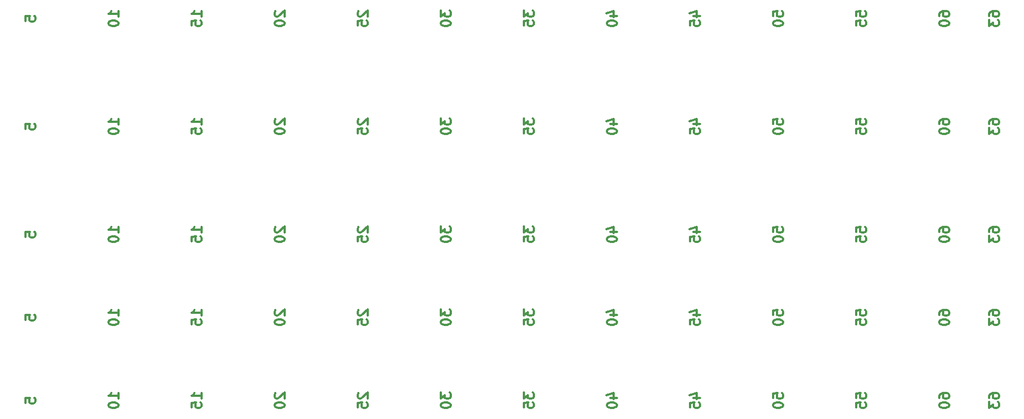
<source format=gbr>
G04 #@! TF.GenerationSoftware,KiCad,Pcbnew,(5.1.6)-1*
G04 #@! TF.CreationDate,2020-06-24T10:48:21+02:00*
G04 #@! TF.ProjectId,Perfboard,50657266-626f-4617-9264-2e6b69636164,rev?*
G04 #@! TF.SameCoordinates,Original*
G04 #@! TF.FileFunction,Legend,Bot*
G04 #@! TF.FilePolarity,Positive*
%FSLAX46Y46*%
G04 Gerber Fmt 4.6, Leading zero omitted, Abs format (unit mm)*
G04 Created by KiCad (PCBNEW (5.1.6)-1) date 2020-06-24 10:48:21*
%MOMM*%
%LPD*%
G01*
G04 APERTURE LIST*
%ADD10C,0.300000*%
G04 APERTURE END LIST*
D10*
X121598571Y-65611428D02*
X122598571Y-65611428D01*
X121027142Y-65254285D02*
X122098571Y-64897142D01*
X122098571Y-65825714D01*
X121098571Y-66682857D02*
X121098571Y-66825714D01*
X121170000Y-66968571D01*
X121241428Y-67040000D01*
X121384285Y-67111428D01*
X121670000Y-67182857D01*
X122027142Y-67182857D01*
X122312857Y-67111428D01*
X122455714Y-67040000D01*
X122527142Y-66968571D01*
X122598571Y-66825714D01*
X122598571Y-66682857D01*
X122527142Y-66540000D01*
X122455714Y-66468571D01*
X122312857Y-66397142D01*
X122027142Y-66325714D01*
X121670000Y-66325714D01*
X121384285Y-66397142D01*
X121241428Y-66468571D01*
X121170000Y-66540000D01*
X121098571Y-66682857D01*
X95698571Y-64825714D02*
X95698571Y-65754285D01*
X96270000Y-65254285D01*
X96270000Y-65468571D01*
X96341428Y-65611428D01*
X96412857Y-65682857D01*
X96555714Y-65754285D01*
X96912857Y-65754285D01*
X97055714Y-65682857D01*
X97127142Y-65611428D01*
X97198571Y-65468571D01*
X97198571Y-65040000D01*
X97127142Y-64897142D01*
X97055714Y-64825714D01*
X95698571Y-66682857D02*
X95698571Y-66825714D01*
X95770000Y-66968571D01*
X95841428Y-67040000D01*
X95984285Y-67111428D01*
X96270000Y-67182857D01*
X96627142Y-67182857D01*
X96912857Y-67111428D01*
X97055714Y-67040000D01*
X97127142Y-66968571D01*
X97198571Y-66825714D01*
X97198571Y-66682857D01*
X97127142Y-66540000D01*
X97055714Y-66468571D01*
X96912857Y-66397142D01*
X96627142Y-66325714D01*
X96270000Y-66325714D01*
X95984285Y-66397142D01*
X95841428Y-66468571D01*
X95770000Y-66540000D01*
X95698571Y-66682857D01*
X83141428Y-64897142D02*
X83070000Y-64968571D01*
X82998571Y-65111428D01*
X82998571Y-65468571D01*
X83070000Y-65611428D01*
X83141428Y-65682857D01*
X83284285Y-65754285D01*
X83427142Y-65754285D01*
X83641428Y-65682857D01*
X84498571Y-64825714D01*
X84498571Y-65754285D01*
X82998571Y-67111428D02*
X82998571Y-66397142D01*
X83712857Y-66325714D01*
X83641428Y-66397142D01*
X83570000Y-66540000D01*
X83570000Y-66897142D01*
X83641428Y-67040000D01*
X83712857Y-67111428D01*
X83855714Y-67182857D01*
X84212857Y-67182857D01*
X84355714Y-67111428D01*
X84427142Y-67040000D01*
X84498571Y-66897142D01*
X84498571Y-66540000D01*
X84427142Y-66397142D01*
X84355714Y-66325714D01*
X171898571Y-65611428D02*
X171898571Y-65325714D01*
X171970000Y-65182857D01*
X172041428Y-65111428D01*
X172255714Y-64968571D01*
X172541428Y-64897142D01*
X173112857Y-64897142D01*
X173255714Y-64968571D01*
X173327142Y-65040000D01*
X173398571Y-65182857D01*
X173398571Y-65468571D01*
X173327142Y-65611428D01*
X173255714Y-65682857D01*
X173112857Y-65754285D01*
X172755714Y-65754285D01*
X172612857Y-65682857D01*
X172541428Y-65611428D01*
X172470000Y-65468571D01*
X172470000Y-65182857D01*
X172541428Y-65040000D01*
X172612857Y-64968571D01*
X172755714Y-64897142D01*
X171898571Y-66682857D02*
X171898571Y-66825714D01*
X171970000Y-66968571D01*
X172041428Y-67040000D01*
X172184285Y-67111428D01*
X172470000Y-67182857D01*
X172827142Y-67182857D01*
X173112857Y-67111428D01*
X173255714Y-67040000D01*
X173327142Y-66968571D01*
X173398571Y-66825714D01*
X173398571Y-66682857D01*
X173327142Y-66540000D01*
X173255714Y-66468571D01*
X173112857Y-66397142D01*
X172827142Y-66325714D01*
X172470000Y-66325714D01*
X172184285Y-66397142D01*
X172041428Y-66468571D01*
X171970000Y-66540000D01*
X171898571Y-66682857D01*
X32198571Y-66397142D02*
X32198571Y-65682857D01*
X32912857Y-65611428D01*
X32841428Y-65682857D01*
X32770000Y-65825714D01*
X32770000Y-66182857D01*
X32841428Y-66325714D01*
X32912857Y-66397142D01*
X33055714Y-66468571D01*
X33412857Y-66468571D01*
X33555714Y-66397142D01*
X33627142Y-66325714D01*
X33698571Y-66182857D01*
X33698571Y-65825714D01*
X33627142Y-65682857D01*
X33555714Y-65611428D01*
X70441428Y-64897142D02*
X70370000Y-64968571D01*
X70298571Y-65111428D01*
X70298571Y-65468571D01*
X70370000Y-65611428D01*
X70441428Y-65682857D01*
X70584285Y-65754285D01*
X70727142Y-65754285D01*
X70941428Y-65682857D01*
X71798571Y-64825714D01*
X71798571Y-65754285D01*
X70298571Y-66682857D02*
X70298571Y-66825714D01*
X70370000Y-66968571D01*
X70441428Y-67040000D01*
X70584285Y-67111428D01*
X70870000Y-67182857D01*
X71227142Y-67182857D01*
X71512857Y-67111428D01*
X71655714Y-67040000D01*
X71727142Y-66968571D01*
X71798571Y-66825714D01*
X71798571Y-66682857D01*
X71727142Y-66540000D01*
X71655714Y-66468571D01*
X71512857Y-66397142D01*
X71227142Y-66325714D01*
X70870000Y-66325714D01*
X70584285Y-66397142D01*
X70441428Y-66468571D01*
X70370000Y-66540000D01*
X70298571Y-66682857D01*
X134298571Y-65611428D02*
X135298571Y-65611428D01*
X133727142Y-65254285D02*
X134798571Y-64897142D01*
X134798571Y-65825714D01*
X133798571Y-67111428D02*
X133798571Y-66397142D01*
X134512857Y-66325714D01*
X134441428Y-66397142D01*
X134370000Y-66540000D01*
X134370000Y-66897142D01*
X134441428Y-67040000D01*
X134512857Y-67111428D01*
X134655714Y-67182857D01*
X135012857Y-67182857D01*
X135155714Y-67111428D01*
X135227142Y-67040000D01*
X135298571Y-66897142D01*
X135298571Y-66540000D01*
X135227142Y-66397142D01*
X135155714Y-66325714D01*
X59098571Y-65754285D02*
X59098571Y-64897142D01*
X59098571Y-65325714D02*
X57598571Y-65325714D01*
X57812857Y-65182857D01*
X57955714Y-65040000D01*
X58027142Y-64897142D01*
X57598571Y-67111428D02*
X57598571Y-66397142D01*
X58312857Y-66325714D01*
X58241428Y-66397142D01*
X58170000Y-66540000D01*
X58170000Y-66897142D01*
X58241428Y-67040000D01*
X58312857Y-67111428D01*
X58455714Y-67182857D01*
X58812857Y-67182857D01*
X58955714Y-67111428D01*
X59027142Y-67040000D01*
X59098571Y-66897142D01*
X59098571Y-66540000D01*
X59027142Y-66397142D01*
X58955714Y-66325714D01*
X46398571Y-65754285D02*
X46398571Y-64897142D01*
X46398571Y-65325714D02*
X44898571Y-65325714D01*
X45112857Y-65182857D01*
X45255714Y-65040000D01*
X45327142Y-64897142D01*
X44898571Y-66682857D02*
X44898571Y-66825714D01*
X44970000Y-66968571D01*
X45041428Y-67040000D01*
X45184285Y-67111428D01*
X45470000Y-67182857D01*
X45827142Y-67182857D01*
X46112857Y-67111428D01*
X46255714Y-67040000D01*
X46327142Y-66968571D01*
X46398571Y-66825714D01*
X46398571Y-66682857D01*
X46327142Y-66540000D01*
X46255714Y-66468571D01*
X46112857Y-66397142D01*
X45827142Y-66325714D01*
X45470000Y-66325714D01*
X45184285Y-66397142D01*
X45041428Y-66468571D01*
X44970000Y-66540000D01*
X44898571Y-66682857D01*
X179518571Y-65611428D02*
X179518571Y-65325714D01*
X179590000Y-65182857D01*
X179661428Y-65111428D01*
X179875714Y-64968571D01*
X180161428Y-64897142D01*
X180732857Y-64897142D01*
X180875714Y-64968571D01*
X180947142Y-65040000D01*
X181018571Y-65182857D01*
X181018571Y-65468571D01*
X180947142Y-65611428D01*
X180875714Y-65682857D01*
X180732857Y-65754285D01*
X180375714Y-65754285D01*
X180232857Y-65682857D01*
X180161428Y-65611428D01*
X180090000Y-65468571D01*
X180090000Y-65182857D01*
X180161428Y-65040000D01*
X180232857Y-64968571D01*
X180375714Y-64897142D01*
X179518571Y-66254285D02*
X179518571Y-67182857D01*
X180090000Y-66682857D01*
X180090000Y-66897142D01*
X180161428Y-67040000D01*
X180232857Y-67111428D01*
X180375714Y-67182857D01*
X180732857Y-67182857D01*
X180875714Y-67111428D01*
X180947142Y-67040000D01*
X181018571Y-66897142D01*
X181018571Y-66468571D01*
X180947142Y-66325714D01*
X180875714Y-66254285D01*
X146498571Y-65682857D02*
X146498571Y-64968571D01*
X147212857Y-64897142D01*
X147141428Y-64968571D01*
X147070000Y-65111428D01*
X147070000Y-65468571D01*
X147141428Y-65611428D01*
X147212857Y-65682857D01*
X147355714Y-65754285D01*
X147712857Y-65754285D01*
X147855714Y-65682857D01*
X147927142Y-65611428D01*
X147998571Y-65468571D01*
X147998571Y-65111428D01*
X147927142Y-64968571D01*
X147855714Y-64897142D01*
X146498571Y-66682857D02*
X146498571Y-66825714D01*
X146570000Y-66968571D01*
X146641428Y-67040000D01*
X146784285Y-67111428D01*
X147070000Y-67182857D01*
X147427142Y-67182857D01*
X147712857Y-67111428D01*
X147855714Y-67040000D01*
X147927142Y-66968571D01*
X147998571Y-66825714D01*
X147998571Y-66682857D01*
X147927142Y-66540000D01*
X147855714Y-66468571D01*
X147712857Y-66397142D01*
X147427142Y-66325714D01*
X147070000Y-66325714D01*
X146784285Y-66397142D01*
X146641428Y-66468571D01*
X146570000Y-66540000D01*
X146498571Y-66682857D01*
X108398571Y-64825714D02*
X108398571Y-65754285D01*
X108970000Y-65254285D01*
X108970000Y-65468571D01*
X109041428Y-65611428D01*
X109112857Y-65682857D01*
X109255714Y-65754285D01*
X109612857Y-65754285D01*
X109755714Y-65682857D01*
X109827142Y-65611428D01*
X109898571Y-65468571D01*
X109898571Y-65040000D01*
X109827142Y-64897142D01*
X109755714Y-64825714D01*
X108398571Y-67111428D02*
X108398571Y-66397142D01*
X109112857Y-66325714D01*
X109041428Y-66397142D01*
X108970000Y-66540000D01*
X108970000Y-66897142D01*
X109041428Y-67040000D01*
X109112857Y-67111428D01*
X109255714Y-67182857D01*
X109612857Y-67182857D01*
X109755714Y-67111428D01*
X109827142Y-67040000D01*
X109898571Y-66897142D01*
X109898571Y-66540000D01*
X109827142Y-66397142D01*
X109755714Y-66325714D01*
X159198571Y-65682857D02*
X159198571Y-64968571D01*
X159912857Y-64897142D01*
X159841428Y-64968571D01*
X159770000Y-65111428D01*
X159770000Y-65468571D01*
X159841428Y-65611428D01*
X159912857Y-65682857D01*
X160055714Y-65754285D01*
X160412857Y-65754285D01*
X160555714Y-65682857D01*
X160627142Y-65611428D01*
X160698571Y-65468571D01*
X160698571Y-65111428D01*
X160627142Y-64968571D01*
X160555714Y-64897142D01*
X159198571Y-67111428D02*
X159198571Y-66397142D01*
X159912857Y-66325714D01*
X159841428Y-66397142D01*
X159770000Y-66540000D01*
X159770000Y-66897142D01*
X159841428Y-67040000D01*
X159912857Y-67111428D01*
X160055714Y-67182857D01*
X160412857Y-67182857D01*
X160555714Y-67111428D01*
X160627142Y-67040000D01*
X160698571Y-66897142D01*
X160698571Y-66540000D01*
X160627142Y-66397142D01*
X160555714Y-66325714D01*
X70441428Y-48387142D02*
X70370000Y-48458571D01*
X70298571Y-48601428D01*
X70298571Y-48958571D01*
X70370000Y-49101428D01*
X70441428Y-49172857D01*
X70584285Y-49244285D01*
X70727142Y-49244285D01*
X70941428Y-49172857D01*
X71798571Y-48315714D01*
X71798571Y-49244285D01*
X70298571Y-50172857D02*
X70298571Y-50315714D01*
X70370000Y-50458571D01*
X70441428Y-50530000D01*
X70584285Y-50601428D01*
X70870000Y-50672857D01*
X71227142Y-50672857D01*
X71512857Y-50601428D01*
X71655714Y-50530000D01*
X71727142Y-50458571D01*
X71798571Y-50315714D01*
X71798571Y-50172857D01*
X71727142Y-50030000D01*
X71655714Y-49958571D01*
X71512857Y-49887142D01*
X71227142Y-49815714D01*
X70870000Y-49815714D01*
X70584285Y-49887142D01*
X70441428Y-49958571D01*
X70370000Y-50030000D01*
X70298571Y-50172857D01*
X32198571Y-49887142D02*
X32198571Y-49172857D01*
X32912857Y-49101428D01*
X32841428Y-49172857D01*
X32770000Y-49315714D01*
X32770000Y-49672857D01*
X32841428Y-49815714D01*
X32912857Y-49887142D01*
X33055714Y-49958571D01*
X33412857Y-49958571D01*
X33555714Y-49887142D01*
X33627142Y-49815714D01*
X33698571Y-49672857D01*
X33698571Y-49315714D01*
X33627142Y-49172857D01*
X33555714Y-49101428D01*
X121598571Y-49101428D02*
X122598571Y-49101428D01*
X121027142Y-48744285D02*
X122098571Y-48387142D01*
X122098571Y-49315714D01*
X121098571Y-50172857D02*
X121098571Y-50315714D01*
X121170000Y-50458571D01*
X121241428Y-50530000D01*
X121384285Y-50601428D01*
X121670000Y-50672857D01*
X122027142Y-50672857D01*
X122312857Y-50601428D01*
X122455714Y-50530000D01*
X122527142Y-50458571D01*
X122598571Y-50315714D01*
X122598571Y-50172857D01*
X122527142Y-50030000D01*
X122455714Y-49958571D01*
X122312857Y-49887142D01*
X122027142Y-49815714D01*
X121670000Y-49815714D01*
X121384285Y-49887142D01*
X121241428Y-49958571D01*
X121170000Y-50030000D01*
X121098571Y-50172857D01*
X95698571Y-48315714D02*
X95698571Y-49244285D01*
X96270000Y-48744285D01*
X96270000Y-48958571D01*
X96341428Y-49101428D01*
X96412857Y-49172857D01*
X96555714Y-49244285D01*
X96912857Y-49244285D01*
X97055714Y-49172857D01*
X97127142Y-49101428D01*
X97198571Y-48958571D01*
X97198571Y-48530000D01*
X97127142Y-48387142D01*
X97055714Y-48315714D01*
X95698571Y-50172857D02*
X95698571Y-50315714D01*
X95770000Y-50458571D01*
X95841428Y-50530000D01*
X95984285Y-50601428D01*
X96270000Y-50672857D01*
X96627142Y-50672857D01*
X96912857Y-50601428D01*
X97055714Y-50530000D01*
X97127142Y-50458571D01*
X97198571Y-50315714D01*
X97198571Y-50172857D01*
X97127142Y-50030000D01*
X97055714Y-49958571D01*
X96912857Y-49887142D01*
X96627142Y-49815714D01*
X96270000Y-49815714D01*
X95984285Y-49887142D01*
X95841428Y-49958571D01*
X95770000Y-50030000D01*
X95698571Y-50172857D01*
X46398571Y-49244285D02*
X46398571Y-48387142D01*
X46398571Y-48815714D02*
X44898571Y-48815714D01*
X45112857Y-48672857D01*
X45255714Y-48530000D01*
X45327142Y-48387142D01*
X44898571Y-50172857D02*
X44898571Y-50315714D01*
X44970000Y-50458571D01*
X45041428Y-50530000D01*
X45184285Y-50601428D01*
X45470000Y-50672857D01*
X45827142Y-50672857D01*
X46112857Y-50601428D01*
X46255714Y-50530000D01*
X46327142Y-50458571D01*
X46398571Y-50315714D01*
X46398571Y-50172857D01*
X46327142Y-50030000D01*
X46255714Y-49958571D01*
X46112857Y-49887142D01*
X45827142Y-49815714D01*
X45470000Y-49815714D01*
X45184285Y-49887142D01*
X45041428Y-49958571D01*
X44970000Y-50030000D01*
X44898571Y-50172857D01*
X59098571Y-49244285D02*
X59098571Y-48387142D01*
X59098571Y-48815714D02*
X57598571Y-48815714D01*
X57812857Y-48672857D01*
X57955714Y-48530000D01*
X58027142Y-48387142D01*
X57598571Y-50601428D02*
X57598571Y-49887142D01*
X58312857Y-49815714D01*
X58241428Y-49887142D01*
X58170000Y-50030000D01*
X58170000Y-50387142D01*
X58241428Y-50530000D01*
X58312857Y-50601428D01*
X58455714Y-50672857D01*
X58812857Y-50672857D01*
X58955714Y-50601428D01*
X59027142Y-50530000D01*
X59098571Y-50387142D01*
X59098571Y-50030000D01*
X59027142Y-49887142D01*
X58955714Y-49815714D01*
X83141428Y-48387142D02*
X83070000Y-48458571D01*
X82998571Y-48601428D01*
X82998571Y-48958571D01*
X83070000Y-49101428D01*
X83141428Y-49172857D01*
X83284285Y-49244285D01*
X83427142Y-49244285D01*
X83641428Y-49172857D01*
X84498571Y-48315714D01*
X84498571Y-49244285D01*
X82998571Y-50601428D02*
X82998571Y-49887142D01*
X83712857Y-49815714D01*
X83641428Y-49887142D01*
X83570000Y-50030000D01*
X83570000Y-50387142D01*
X83641428Y-50530000D01*
X83712857Y-50601428D01*
X83855714Y-50672857D01*
X84212857Y-50672857D01*
X84355714Y-50601428D01*
X84427142Y-50530000D01*
X84498571Y-50387142D01*
X84498571Y-50030000D01*
X84427142Y-49887142D01*
X84355714Y-49815714D01*
X159198571Y-49172857D02*
X159198571Y-48458571D01*
X159912857Y-48387142D01*
X159841428Y-48458571D01*
X159770000Y-48601428D01*
X159770000Y-48958571D01*
X159841428Y-49101428D01*
X159912857Y-49172857D01*
X160055714Y-49244285D01*
X160412857Y-49244285D01*
X160555714Y-49172857D01*
X160627142Y-49101428D01*
X160698571Y-48958571D01*
X160698571Y-48601428D01*
X160627142Y-48458571D01*
X160555714Y-48387142D01*
X159198571Y-50601428D02*
X159198571Y-49887142D01*
X159912857Y-49815714D01*
X159841428Y-49887142D01*
X159770000Y-50030000D01*
X159770000Y-50387142D01*
X159841428Y-50530000D01*
X159912857Y-50601428D01*
X160055714Y-50672857D01*
X160412857Y-50672857D01*
X160555714Y-50601428D01*
X160627142Y-50530000D01*
X160698571Y-50387142D01*
X160698571Y-50030000D01*
X160627142Y-49887142D01*
X160555714Y-49815714D01*
X171898571Y-49101428D02*
X171898571Y-48815714D01*
X171970000Y-48672857D01*
X172041428Y-48601428D01*
X172255714Y-48458571D01*
X172541428Y-48387142D01*
X173112857Y-48387142D01*
X173255714Y-48458571D01*
X173327142Y-48530000D01*
X173398571Y-48672857D01*
X173398571Y-48958571D01*
X173327142Y-49101428D01*
X173255714Y-49172857D01*
X173112857Y-49244285D01*
X172755714Y-49244285D01*
X172612857Y-49172857D01*
X172541428Y-49101428D01*
X172470000Y-48958571D01*
X172470000Y-48672857D01*
X172541428Y-48530000D01*
X172612857Y-48458571D01*
X172755714Y-48387142D01*
X171898571Y-50172857D02*
X171898571Y-50315714D01*
X171970000Y-50458571D01*
X172041428Y-50530000D01*
X172184285Y-50601428D01*
X172470000Y-50672857D01*
X172827142Y-50672857D01*
X173112857Y-50601428D01*
X173255714Y-50530000D01*
X173327142Y-50458571D01*
X173398571Y-50315714D01*
X173398571Y-50172857D01*
X173327142Y-50030000D01*
X173255714Y-49958571D01*
X173112857Y-49887142D01*
X172827142Y-49815714D01*
X172470000Y-49815714D01*
X172184285Y-49887142D01*
X172041428Y-49958571D01*
X171970000Y-50030000D01*
X171898571Y-50172857D01*
X134298571Y-49101428D02*
X135298571Y-49101428D01*
X133727142Y-48744285D02*
X134798571Y-48387142D01*
X134798571Y-49315714D01*
X133798571Y-50601428D02*
X133798571Y-49887142D01*
X134512857Y-49815714D01*
X134441428Y-49887142D01*
X134370000Y-50030000D01*
X134370000Y-50387142D01*
X134441428Y-50530000D01*
X134512857Y-50601428D01*
X134655714Y-50672857D01*
X135012857Y-50672857D01*
X135155714Y-50601428D01*
X135227142Y-50530000D01*
X135298571Y-50387142D01*
X135298571Y-50030000D01*
X135227142Y-49887142D01*
X135155714Y-49815714D01*
X179518571Y-49101428D02*
X179518571Y-48815714D01*
X179590000Y-48672857D01*
X179661428Y-48601428D01*
X179875714Y-48458571D01*
X180161428Y-48387142D01*
X180732857Y-48387142D01*
X180875714Y-48458571D01*
X180947142Y-48530000D01*
X181018571Y-48672857D01*
X181018571Y-48958571D01*
X180947142Y-49101428D01*
X180875714Y-49172857D01*
X180732857Y-49244285D01*
X180375714Y-49244285D01*
X180232857Y-49172857D01*
X180161428Y-49101428D01*
X180090000Y-48958571D01*
X180090000Y-48672857D01*
X180161428Y-48530000D01*
X180232857Y-48458571D01*
X180375714Y-48387142D01*
X179518571Y-49744285D02*
X179518571Y-50672857D01*
X180090000Y-50172857D01*
X180090000Y-50387142D01*
X180161428Y-50530000D01*
X180232857Y-50601428D01*
X180375714Y-50672857D01*
X180732857Y-50672857D01*
X180875714Y-50601428D01*
X180947142Y-50530000D01*
X181018571Y-50387142D01*
X181018571Y-49958571D01*
X180947142Y-49815714D01*
X180875714Y-49744285D01*
X146498571Y-49172857D02*
X146498571Y-48458571D01*
X147212857Y-48387142D01*
X147141428Y-48458571D01*
X147070000Y-48601428D01*
X147070000Y-48958571D01*
X147141428Y-49101428D01*
X147212857Y-49172857D01*
X147355714Y-49244285D01*
X147712857Y-49244285D01*
X147855714Y-49172857D01*
X147927142Y-49101428D01*
X147998571Y-48958571D01*
X147998571Y-48601428D01*
X147927142Y-48458571D01*
X147855714Y-48387142D01*
X146498571Y-50172857D02*
X146498571Y-50315714D01*
X146570000Y-50458571D01*
X146641428Y-50530000D01*
X146784285Y-50601428D01*
X147070000Y-50672857D01*
X147427142Y-50672857D01*
X147712857Y-50601428D01*
X147855714Y-50530000D01*
X147927142Y-50458571D01*
X147998571Y-50315714D01*
X147998571Y-50172857D01*
X147927142Y-50030000D01*
X147855714Y-49958571D01*
X147712857Y-49887142D01*
X147427142Y-49815714D01*
X147070000Y-49815714D01*
X146784285Y-49887142D01*
X146641428Y-49958571D01*
X146570000Y-50030000D01*
X146498571Y-50172857D01*
X108398571Y-48315714D02*
X108398571Y-49244285D01*
X108970000Y-48744285D01*
X108970000Y-48958571D01*
X109041428Y-49101428D01*
X109112857Y-49172857D01*
X109255714Y-49244285D01*
X109612857Y-49244285D01*
X109755714Y-49172857D01*
X109827142Y-49101428D01*
X109898571Y-48958571D01*
X109898571Y-48530000D01*
X109827142Y-48387142D01*
X109755714Y-48315714D01*
X108398571Y-50601428D02*
X108398571Y-49887142D01*
X109112857Y-49815714D01*
X109041428Y-49887142D01*
X108970000Y-50030000D01*
X108970000Y-50387142D01*
X109041428Y-50530000D01*
X109112857Y-50601428D01*
X109255714Y-50672857D01*
X109612857Y-50672857D01*
X109755714Y-50601428D01*
X109827142Y-50530000D01*
X109898571Y-50387142D01*
X109898571Y-50030000D01*
X109827142Y-49887142D01*
X109755714Y-49815714D01*
X146498571Y-32662857D02*
X146498571Y-31948571D01*
X147212857Y-31877142D01*
X147141428Y-31948571D01*
X147070000Y-32091428D01*
X147070000Y-32448571D01*
X147141428Y-32591428D01*
X147212857Y-32662857D01*
X147355714Y-32734285D01*
X147712857Y-32734285D01*
X147855714Y-32662857D01*
X147927142Y-32591428D01*
X147998571Y-32448571D01*
X147998571Y-32091428D01*
X147927142Y-31948571D01*
X147855714Y-31877142D01*
X146498571Y-33662857D02*
X146498571Y-33805714D01*
X146570000Y-33948571D01*
X146641428Y-34020000D01*
X146784285Y-34091428D01*
X147070000Y-34162857D01*
X147427142Y-34162857D01*
X147712857Y-34091428D01*
X147855714Y-34020000D01*
X147927142Y-33948571D01*
X147998571Y-33805714D01*
X147998571Y-33662857D01*
X147927142Y-33520000D01*
X147855714Y-33448571D01*
X147712857Y-33377142D01*
X147427142Y-33305714D01*
X147070000Y-33305714D01*
X146784285Y-33377142D01*
X146641428Y-33448571D01*
X146570000Y-33520000D01*
X146498571Y-33662857D01*
X95698571Y-31805714D02*
X95698571Y-32734285D01*
X96270000Y-32234285D01*
X96270000Y-32448571D01*
X96341428Y-32591428D01*
X96412857Y-32662857D01*
X96555714Y-32734285D01*
X96912857Y-32734285D01*
X97055714Y-32662857D01*
X97127142Y-32591428D01*
X97198571Y-32448571D01*
X97198571Y-32020000D01*
X97127142Y-31877142D01*
X97055714Y-31805714D01*
X95698571Y-33662857D02*
X95698571Y-33805714D01*
X95770000Y-33948571D01*
X95841428Y-34020000D01*
X95984285Y-34091428D01*
X96270000Y-34162857D01*
X96627142Y-34162857D01*
X96912857Y-34091428D01*
X97055714Y-34020000D01*
X97127142Y-33948571D01*
X97198571Y-33805714D01*
X97198571Y-33662857D01*
X97127142Y-33520000D01*
X97055714Y-33448571D01*
X96912857Y-33377142D01*
X96627142Y-33305714D01*
X96270000Y-33305714D01*
X95984285Y-33377142D01*
X95841428Y-33448571D01*
X95770000Y-33520000D01*
X95698571Y-33662857D01*
X83141428Y-31877142D02*
X83070000Y-31948571D01*
X82998571Y-32091428D01*
X82998571Y-32448571D01*
X83070000Y-32591428D01*
X83141428Y-32662857D01*
X83284285Y-32734285D01*
X83427142Y-32734285D01*
X83641428Y-32662857D01*
X84498571Y-31805714D01*
X84498571Y-32734285D01*
X82998571Y-34091428D02*
X82998571Y-33377142D01*
X83712857Y-33305714D01*
X83641428Y-33377142D01*
X83570000Y-33520000D01*
X83570000Y-33877142D01*
X83641428Y-34020000D01*
X83712857Y-34091428D01*
X83855714Y-34162857D01*
X84212857Y-34162857D01*
X84355714Y-34091428D01*
X84427142Y-34020000D01*
X84498571Y-33877142D01*
X84498571Y-33520000D01*
X84427142Y-33377142D01*
X84355714Y-33305714D01*
X59098571Y-32734285D02*
X59098571Y-31877142D01*
X59098571Y-32305714D02*
X57598571Y-32305714D01*
X57812857Y-32162857D01*
X57955714Y-32020000D01*
X58027142Y-31877142D01*
X57598571Y-34091428D02*
X57598571Y-33377142D01*
X58312857Y-33305714D01*
X58241428Y-33377142D01*
X58170000Y-33520000D01*
X58170000Y-33877142D01*
X58241428Y-34020000D01*
X58312857Y-34091428D01*
X58455714Y-34162857D01*
X58812857Y-34162857D01*
X58955714Y-34091428D01*
X59027142Y-34020000D01*
X59098571Y-33877142D01*
X59098571Y-33520000D01*
X59027142Y-33377142D01*
X58955714Y-33305714D01*
X159198571Y-32662857D02*
X159198571Y-31948571D01*
X159912857Y-31877142D01*
X159841428Y-31948571D01*
X159770000Y-32091428D01*
X159770000Y-32448571D01*
X159841428Y-32591428D01*
X159912857Y-32662857D01*
X160055714Y-32734285D01*
X160412857Y-32734285D01*
X160555714Y-32662857D01*
X160627142Y-32591428D01*
X160698571Y-32448571D01*
X160698571Y-32091428D01*
X160627142Y-31948571D01*
X160555714Y-31877142D01*
X159198571Y-34091428D02*
X159198571Y-33377142D01*
X159912857Y-33305714D01*
X159841428Y-33377142D01*
X159770000Y-33520000D01*
X159770000Y-33877142D01*
X159841428Y-34020000D01*
X159912857Y-34091428D01*
X160055714Y-34162857D01*
X160412857Y-34162857D01*
X160555714Y-34091428D01*
X160627142Y-34020000D01*
X160698571Y-33877142D01*
X160698571Y-33520000D01*
X160627142Y-33377142D01*
X160555714Y-33305714D01*
X179518571Y-32591428D02*
X179518571Y-32305714D01*
X179590000Y-32162857D01*
X179661428Y-32091428D01*
X179875714Y-31948571D01*
X180161428Y-31877142D01*
X180732857Y-31877142D01*
X180875714Y-31948571D01*
X180947142Y-32020000D01*
X181018571Y-32162857D01*
X181018571Y-32448571D01*
X180947142Y-32591428D01*
X180875714Y-32662857D01*
X180732857Y-32734285D01*
X180375714Y-32734285D01*
X180232857Y-32662857D01*
X180161428Y-32591428D01*
X180090000Y-32448571D01*
X180090000Y-32162857D01*
X180161428Y-32020000D01*
X180232857Y-31948571D01*
X180375714Y-31877142D01*
X179518571Y-33234285D02*
X179518571Y-34162857D01*
X180090000Y-33662857D01*
X180090000Y-33877142D01*
X180161428Y-34020000D01*
X180232857Y-34091428D01*
X180375714Y-34162857D01*
X180732857Y-34162857D01*
X180875714Y-34091428D01*
X180947142Y-34020000D01*
X181018571Y-33877142D01*
X181018571Y-33448571D01*
X180947142Y-33305714D01*
X180875714Y-33234285D01*
X108398571Y-31805714D02*
X108398571Y-32734285D01*
X108970000Y-32234285D01*
X108970000Y-32448571D01*
X109041428Y-32591428D01*
X109112857Y-32662857D01*
X109255714Y-32734285D01*
X109612857Y-32734285D01*
X109755714Y-32662857D01*
X109827142Y-32591428D01*
X109898571Y-32448571D01*
X109898571Y-32020000D01*
X109827142Y-31877142D01*
X109755714Y-31805714D01*
X108398571Y-34091428D02*
X108398571Y-33377142D01*
X109112857Y-33305714D01*
X109041428Y-33377142D01*
X108970000Y-33520000D01*
X108970000Y-33877142D01*
X109041428Y-34020000D01*
X109112857Y-34091428D01*
X109255714Y-34162857D01*
X109612857Y-34162857D01*
X109755714Y-34091428D01*
X109827142Y-34020000D01*
X109898571Y-33877142D01*
X109898571Y-33520000D01*
X109827142Y-33377142D01*
X109755714Y-33305714D01*
X121598571Y-32591428D02*
X122598571Y-32591428D01*
X121027142Y-32234285D02*
X122098571Y-31877142D01*
X122098571Y-32805714D01*
X121098571Y-33662857D02*
X121098571Y-33805714D01*
X121170000Y-33948571D01*
X121241428Y-34020000D01*
X121384285Y-34091428D01*
X121670000Y-34162857D01*
X122027142Y-34162857D01*
X122312857Y-34091428D01*
X122455714Y-34020000D01*
X122527142Y-33948571D01*
X122598571Y-33805714D01*
X122598571Y-33662857D01*
X122527142Y-33520000D01*
X122455714Y-33448571D01*
X122312857Y-33377142D01*
X122027142Y-33305714D01*
X121670000Y-33305714D01*
X121384285Y-33377142D01*
X121241428Y-33448571D01*
X121170000Y-33520000D01*
X121098571Y-33662857D01*
X32198571Y-33377142D02*
X32198571Y-32662857D01*
X32912857Y-32591428D01*
X32841428Y-32662857D01*
X32770000Y-32805714D01*
X32770000Y-33162857D01*
X32841428Y-33305714D01*
X32912857Y-33377142D01*
X33055714Y-33448571D01*
X33412857Y-33448571D01*
X33555714Y-33377142D01*
X33627142Y-33305714D01*
X33698571Y-33162857D01*
X33698571Y-32805714D01*
X33627142Y-32662857D01*
X33555714Y-32591428D01*
X46398571Y-32734285D02*
X46398571Y-31877142D01*
X46398571Y-32305714D02*
X44898571Y-32305714D01*
X45112857Y-32162857D01*
X45255714Y-32020000D01*
X45327142Y-31877142D01*
X44898571Y-33662857D02*
X44898571Y-33805714D01*
X44970000Y-33948571D01*
X45041428Y-34020000D01*
X45184285Y-34091428D01*
X45470000Y-34162857D01*
X45827142Y-34162857D01*
X46112857Y-34091428D01*
X46255714Y-34020000D01*
X46327142Y-33948571D01*
X46398571Y-33805714D01*
X46398571Y-33662857D01*
X46327142Y-33520000D01*
X46255714Y-33448571D01*
X46112857Y-33377142D01*
X45827142Y-33305714D01*
X45470000Y-33305714D01*
X45184285Y-33377142D01*
X45041428Y-33448571D01*
X44970000Y-33520000D01*
X44898571Y-33662857D01*
X171898571Y-32591428D02*
X171898571Y-32305714D01*
X171970000Y-32162857D01*
X172041428Y-32091428D01*
X172255714Y-31948571D01*
X172541428Y-31877142D01*
X173112857Y-31877142D01*
X173255714Y-31948571D01*
X173327142Y-32020000D01*
X173398571Y-32162857D01*
X173398571Y-32448571D01*
X173327142Y-32591428D01*
X173255714Y-32662857D01*
X173112857Y-32734285D01*
X172755714Y-32734285D01*
X172612857Y-32662857D01*
X172541428Y-32591428D01*
X172470000Y-32448571D01*
X172470000Y-32162857D01*
X172541428Y-32020000D01*
X172612857Y-31948571D01*
X172755714Y-31877142D01*
X171898571Y-33662857D02*
X171898571Y-33805714D01*
X171970000Y-33948571D01*
X172041428Y-34020000D01*
X172184285Y-34091428D01*
X172470000Y-34162857D01*
X172827142Y-34162857D01*
X173112857Y-34091428D01*
X173255714Y-34020000D01*
X173327142Y-33948571D01*
X173398571Y-33805714D01*
X173398571Y-33662857D01*
X173327142Y-33520000D01*
X173255714Y-33448571D01*
X173112857Y-33377142D01*
X172827142Y-33305714D01*
X172470000Y-33305714D01*
X172184285Y-33377142D01*
X172041428Y-33448571D01*
X171970000Y-33520000D01*
X171898571Y-33662857D01*
X134298571Y-32591428D02*
X135298571Y-32591428D01*
X133727142Y-32234285D02*
X134798571Y-31877142D01*
X134798571Y-32805714D01*
X133798571Y-34091428D02*
X133798571Y-33377142D01*
X134512857Y-33305714D01*
X134441428Y-33377142D01*
X134370000Y-33520000D01*
X134370000Y-33877142D01*
X134441428Y-34020000D01*
X134512857Y-34091428D01*
X134655714Y-34162857D01*
X135012857Y-34162857D01*
X135155714Y-34091428D01*
X135227142Y-34020000D01*
X135298571Y-33877142D01*
X135298571Y-33520000D01*
X135227142Y-33377142D01*
X135155714Y-33305714D01*
X70441428Y-31877142D02*
X70370000Y-31948571D01*
X70298571Y-32091428D01*
X70298571Y-32448571D01*
X70370000Y-32591428D01*
X70441428Y-32662857D01*
X70584285Y-32734285D01*
X70727142Y-32734285D01*
X70941428Y-32662857D01*
X71798571Y-31805714D01*
X71798571Y-32734285D01*
X70298571Y-33662857D02*
X70298571Y-33805714D01*
X70370000Y-33948571D01*
X70441428Y-34020000D01*
X70584285Y-34091428D01*
X70870000Y-34162857D01*
X71227142Y-34162857D01*
X71512857Y-34091428D01*
X71655714Y-34020000D01*
X71727142Y-33948571D01*
X71798571Y-33805714D01*
X71798571Y-33662857D01*
X71727142Y-33520000D01*
X71655714Y-33448571D01*
X71512857Y-33377142D01*
X71227142Y-33305714D01*
X70870000Y-33305714D01*
X70584285Y-33377142D01*
X70441428Y-33448571D01*
X70370000Y-33520000D01*
X70298571Y-33662857D01*
X171898571Y-78311428D02*
X171898571Y-78025714D01*
X171970000Y-77882857D01*
X172041428Y-77811428D01*
X172255714Y-77668571D01*
X172541428Y-77597142D01*
X173112857Y-77597142D01*
X173255714Y-77668571D01*
X173327142Y-77740000D01*
X173398571Y-77882857D01*
X173398571Y-78168571D01*
X173327142Y-78311428D01*
X173255714Y-78382857D01*
X173112857Y-78454285D01*
X172755714Y-78454285D01*
X172612857Y-78382857D01*
X172541428Y-78311428D01*
X172470000Y-78168571D01*
X172470000Y-77882857D01*
X172541428Y-77740000D01*
X172612857Y-77668571D01*
X172755714Y-77597142D01*
X171898571Y-79382857D02*
X171898571Y-79525714D01*
X171970000Y-79668571D01*
X172041428Y-79740000D01*
X172184285Y-79811428D01*
X172470000Y-79882857D01*
X172827142Y-79882857D01*
X173112857Y-79811428D01*
X173255714Y-79740000D01*
X173327142Y-79668571D01*
X173398571Y-79525714D01*
X173398571Y-79382857D01*
X173327142Y-79240000D01*
X173255714Y-79168571D01*
X173112857Y-79097142D01*
X172827142Y-79025714D01*
X172470000Y-79025714D01*
X172184285Y-79097142D01*
X172041428Y-79168571D01*
X171970000Y-79240000D01*
X171898571Y-79382857D01*
X159198571Y-78382857D02*
X159198571Y-77668571D01*
X159912857Y-77597142D01*
X159841428Y-77668571D01*
X159770000Y-77811428D01*
X159770000Y-78168571D01*
X159841428Y-78311428D01*
X159912857Y-78382857D01*
X160055714Y-78454285D01*
X160412857Y-78454285D01*
X160555714Y-78382857D01*
X160627142Y-78311428D01*
X160698571Y-78168571D01*
X160698571Y-77811428D01*
X160627142Y-77668571D01*
X160555714Y-77597142D01*
X159198571Y-79811428D02*
X159198571Y-79097142D01*
X159912857Y-79025714D01*
X159841428Y-79097142D01*
X159770000Y-79240000D01*
X159770000Y-79597142D01*
X159841428Y-79740000D01*
X159912857Y-79811428D01*
X160055714Y-79882857D01*
X160412857Y-79882857D01*
X160555714Y-79811428D01*
X160627142Y-79740000D01*
X160698571Y-79597142D01*
X160698571Y-79240000D01*
X160627142Y-79097142D01*
X160555714Y-79025714D01*
X70441428Y-77597142D02*
X70370000Y-77668571D01*
X70298571Y-77811428D01*
X70298571Y-78168571D01*
X70370000Y-78311428D01*
X70441428Y-78382857D01*
X70584285Y-78454285D01*
X70727142Y-78454285D01*
X70941428Y-78382857D01*
X71798571Y-77525714D01*
X71798571Y-78454285D01*
X70298571Y-79382857D02*
X70298571Y-79525714D01*
X70370000Y-79668571D01*
X70441428Y-79740000D01*
X70584285Y-79811428D01*
X70870000Y-79882857D01*
X71227142Y-79882857D01*
X71512857Y-79811428D01*
X71655714Y-79740000D01*
X71727142Y-79668571D01*
X71798571Y-79525714D01*
X71798571Y-79382857D01*
X71727142Y-79240000D01*
X71655714Y-79168571D01*
X71512857Y-79097142D01*
X71227142Y-79025714D01*
X70870000Y-79025714D01*
X70584285Y-79097142D01*
X70441428Y-79168571D01*
X70370000Y-79240000D01*
X70298571Y-79382857D01*
X83141428Y-77597142D02*
X83070000Y-77668571D01*
X82998571Y-77811428D01*
X82998571Y-78168571D01*
X83070000Y-78311428D01*
X83141428Y-78382857D01*
X83284285Y-78454285D01*
X83427142Y-78454285D01*
X83641428Y-78382857D01*
X84498571Y-77525714D01*
X84498571Y-78454285D01*
X82998571Y-79811428D02*
X82998571Y-79097142D01*
X83712857Y-79025714D01*
X83641428Y-79097142D01*
X83570000Y-79240000D01*
X83570000Y-79597142D01*
X83641428Y-79740000D01*
X83712857Y-79811428D01*
X83855714Y-79882857D01*
X84212857Y-79882857D01*
X84355714Y-79811428D01*
X84427142Y-79740000D01*
X84498571Y-79597142D01*
X84498571Y-79240000D01*
X84427142Y-79097142D01*
X84355714Y-79025714D01*
X95698571Y-77525714D02*
X95698571Y-78454285D01*
X96270000Y-77954285D01*
X96270000Y-78168571D01*
X96341428Y-78311428D01*
X96412857Y-78382857D01*
X96555714Y-78454285D01*
X96912857Y-78454285D01*
X97055714Y-78382857D01*
X97127142Y-78311428D01*
X97198571Y-78168571D01*
X97198571Y-77740000D01*
X97127142Y-77597142D01*
X97055714Y-77525714D01*
X95698571Y-79382857D02*
X95698571Y-79525714D01*
X95770000Y-79668571D01*
X95841428Y-79740000D01*
X95984285Y-79811428D01*
X96270000Y-79882857D01*
X96627142Y-79882857D01*
X96912857Y-79811428D01*
X97055714Y-79740000D01*
X97127142Y-79668571D01*
X97198571Y-79525714D01*
X97198571Y-79382857D01*
X97127142Y-79240000D01*
X97055714Y-79168571D01*
X96912857Y-79097142D01*
X96627142Y-79025714D01*
X96270000Y-79025714D01*
X95984285Y-79097142D01*
X95841428Y-79168571D01*
X95770000Y-79240000D01*
X95698571Y-79382857D01*
X108398571Y-77525714D02*
X108398571Y-78454285D01*
X108970000Y-77954285D01*
X108970000Y-78168571D01*
X109041428Y-78311428D01*
X109112857Y-78382857D01*
X109255714Y-78454285D01*
X109612857Y-78454285D01*
X109755714Y-78382857D01*
X109827142Y-78311428D01*
X109898571Y-78168571D01*
X109898571Y-77740000D01*
X109827142Y-77597142D01*
X109755714Y-77525714D01*
X108398571Y-79811428D02*
X108398571Y-79097142D01*
X109112857Y-79025714D01*
X109041428Y-79097142D01*
X108970000Y-79240000D01*
X108970000Y-79597142D01*
X109041428Y-79740000D01*
X109112857Y-79811428D01*
X109255714Y-79882857D01*
X109612857Y-79882857D01*
X109755714Y-79811428D01*
X109827142Y-79740000D01*
X109898571Y-79597142D01*
X109898571Y-79240000D01*
X109827142Y-79097142D01*
X109755714Y-79025714D01*
X32198571Y-79097142D02*
X32198571Y-78382857D01*
X32912857Y-78311428D01*
X32841428Y-78382857D01*
X32770000Y-78525714D01*
X32770000Y-78882857D01*
X32841428Y-79025714D01*
X32912857Y-79097142D01*
X33055714Y-79168571D01*
X33412857Y-79168571D01*
X33555714Y-79097142D01*
X33627142Y-79025714D01*
X33698571Y-78882857D01*
X33698571Y-78525714D01*
X33627142Y-78382857D01*
X33555714Y-78311428D01*
X46398571Y-78454285D02*
X46398571Y-77597142D01*
X46398571Y-78025714D02*
X44898571Y-78025714D01*
X45112857Y-77882857D01*
X45255714Y-77740000D01*
X45327142Y-77597142D01*
X44898571Y-79382857D02*
X44898571Y-79525714D01*
X44970000Y-79668571D01*
X45041428Y-79740000D01*
X45184285Y-79811428D01*
X45470000Y-79882857D01*
X45827142Y-79882857D01*
X46112857Y-79811428D01*
X46255714Y-79740000D01*
X46327142Y-79668571D01*
X46398571Y-79525714D01*
X46398571Y-79382857D01*
X46327142Y-79240000D01*
X46255714Y-79168571D01*
X46112857Y-79097142D01*
X45827142Y-79025714D01*
X45470000Y-79025714D01*
X45184285Y-79097142D01*
X45041428Y-79168571D01*
X44970000Y-79240000D01*
X44898571Y-79382857D01*
X146498571Y-78382857D02*
X146498571Y-77668571D01*
X147212857Y-77597142D01*
X147141428Y-77668571D01*
X147070000Y-77811428D01*
X147070000Y-78168571D01*
X147141428Y-78311428D01*
X147212857Y-78382857D01*
X147355714Y-78454285D01*
X147712857Y-78454285D01*
X147855714Y-78382857D01*
X147927142Y-78311428D01*
X147998571Y-78168571D01*
X147998571Y-77811428D01*
X147927142Y-77668571D01*
X147855714Y-77597142D01*
X146498571Y-79382857D02*
X146498571Y-79525714D01*
X146570000Y-79668571D01*
X146641428Y-79740000D01*
X146784285Y-79811428D01*
X147070000Y-79882857D01*
X147427142Y-79882857D01*
X147712857Y-79811428D01*
X147855714Y-79740000D01*
X147927142Y-79668571D01*
X147998571Y-79525714D01*
X147998571Y-79382857D01*
X147927142Y-79240000D01*
X147855714Y-79168571D01*
X147712857Y-79097142D01*
X147427142Y-79025714D01*
X147070000Y-79025714D01*
X146784285Y-79097142D01*
X146641428Y-79168571D01*
X146570000Y-79240000D01*
X146498571Y-79382857D01*
X134298571Y-78311428D02*
X135298571Y-78311428D01*
X133727142Y-77954285D02*
X134798571Y-77597142D01*
X134798571Y-78525714D01*
X133798571Y-79811428D02*
X133798571Y-79097142D01*
X134512857Y-79025714D01*
X134441428Y-79097142D01*
X134370000Y-79240000D01*
X134370000Y-79597142D01*
X134441428Y-79740000D01*
X134512857Y-79811428D01*
X134655714Y-79882857D01*
X135012857Y-79882857D01*
X135155714Y-79811428D01*
X135227142Y-79740000D01*
X135298571Y-79597142D01*
X135298571Y-79240000D01*
X135227142Y-79097142D01*
X135155714Y-79025714D01*
X59098571Y-78454285D02*
X59098571Y-77597142D01*
X59098571Y-78025714D02*
X57598571Y-78025714D01*
X57812857Y-77882857D01*
X57955714Y-77740000D01*
X58027142Y-77597142D01*
X57598571Y-79811428D02*
X57598571Y-79097142D01*
X58312857Y-79025714D01*
X58241428Y-79097142D01*
X58170000Y-79240000D01*
X58170000Y-79597142D01*
X58241428Y-79740000D01*
X58312857Y-79811428D01*
X58455714Y-79882857D01*
X58812857Y-79882857D01*
X58955714Y-79811428D01*
X59027142Y-79740000D01*
X59098571Y-79597142D01*
X59098571Y-79240000D01*
X59027142Y-79097142D01*
X58955714Y-79025714D01*
X121598571Y-78311428D02*
X122598571Y-78311428D01*
X121027142Y-77954285D02*
X122098571Y-77597142D01*
X122098571Y-78525714D01*
X121098571Y-79382857D02*
X121098571Y-79525714D01*
X121170000Y-79668571D01*
X121241428Y-79740000D01*
X121384285Y-79811428D01*
X121670000Y-79882857D01*
X122027142Y-79882857D01*
X122312857Y-79811428D01*
X122455714Y-79740000D01*
X122527142Y-79668571D01*
X122598571Y-79525714D01*
X122598571Y-79382857D01*
X122527142Y-79240000D01*
X122455714Y-79168571D01*
X122312857Y-79097142D01*
X122027142Y-79025714D01*
X121670000Y-79025714D01*
X121384285Y-79097142D01*
X121241428Y-79168571D01*
X121170000Y-79240000D01*
X121098571Y-79382857D01*
X179518571Y-78311428D02*
X179518571Y-78025714D01*
X179590000Y-77882857D01*
X179661428Y-77811428D01*
X179875714Y-77668571D01*
X180161428Y-77597142D01*
X180732857Y-77597142D01*
X180875714Y-77668571D01*
X180947142Y-77740000D01*
X181018571Y-77882857D01*
X181018571Y-78168571D01*
X180947142Y-78311428D01*
X180875714Y-78382857D01*
X180732857Y-78454285D01*
X180375714Y-78454285D01*
X180232857Y-78382857D01*
X180161428Y-78311428D01*
X180090000Y-78168571D01*
X180090000Y-77882857D01*
X180161428Y-77740000D01*
X180232857Y-77668571D01*
X180375714Y-77597142D01*
X179518571Y-78954285D02*
X179518571Y-79882857D01*
X180090000Y-79382857D01*
X180090000Y-79597142D01*
X180161428Y-79740000D01*
X180232857Y-79811428D01*
X180375714Y-79882857D01*
X180732857Y-79882857D01*
X180875714Y-79811428D01*
X180947142Y-79740000D01*
X181018571Y-79597142D01*
X181018571Y-79168571D01*
X180947142Y-79025714D01*
X180875714Y-78954285D01*
X179518571Y-91011428D02*
X179518571Y-90725714D01*
X179590000Y-90582857D01*
X179661428Y-90511428D01*
X179875714Y-90368571D01*
X180161428Y-90297142D01*
X180732857Y-90297142D01*
X180875714Y-90368571D01*
X180947142Y-90440000D01*
X181018571Y-90582857D01*
X181018571Y-90868571D01*
X180947142Y-91011428D01*
X180875714Y-91082857D01*
X180732857Y-91154285D01*
X180375714Y-91154285D01*
X180232857Y-91082857D01*
X180161428Y-91011428D01*
X180090000Y-90868571D01*
X180090000Y-90582857D01*
X180161428Y-90440000D01*
X180232857Y-90368571D01*
X180375714Y-90297142D01*
X179518571Y-91654285D02*
X179518571Y-92582857D01*
X180090000Y-92082857D01*
X180090000Y-92297142D01*
X180161428Y-92440000D01*
X180232857Y-92511428D01*
X180375714Y-92582857D01*
X180732857Y-92582857D01*
X180875714Y-92511428D01*
X180947142Y-92440000D01*
X181018571Y-92297142D01*
X181018571Y-91868571D01*
X180947142Y-91725714D01*
X180875714Y-91654285D01*
X171898571Y-91011428D02*
X171898571Y-90725714D01*
X171970000Y-90582857D01*
X172041428Y-90511428D01*
X172255714Y-90368571D01*
X172541428Y-90297142D01*
X173112857Y-90297142D01*
X173255714Y-90368571D01*
X173327142Y-90440000D01*
X173398571Y-90582857D01*
X173398571Y-90868571D01*
X173327142Y-91011428D01*
X173255714Y-91082857D01*
X173112857Y-91154285D01*
X172755714Y-91154285D01*
X172612857Y-91082857D01*
X172541428Y-91011428D01*
X172470000Y-90868571D01*
X172470000Y-90582857D01*
X172541428Y-90440000D01*
X172612857Y-90368571D01*
X172755714Y-90297142D01*
X171898571Y-92082857D02*
X171898571Y-92225714D01*
X171970000Y-92368571D01*
X172041428Y-92440000D01*
X172184285Y-92511428D01*
X172470000Y-92582857D01*
X172827142Y-92582857D01*
X173112857Y-92511428D01*
X173255714Y-92440000D01*
X173327142Y-92368571D01*
X173398571Y-92225714D01*
X173398571Y-92082857D01*
X173327142Y-91940000D01*
X173255714Y-91868571D01*
X173112857Y-91797142D01*
X172827142Y-91725714D01*
X172470000Y-91725714D01*
X172184285Y-91797142D01*
X172041428Y-91868571D01*
X171970000Y-91940000D01*
X171898571Y-92082857D01*
X159198571Y-91082857D02*
X159198571Y-90368571D01*
X159912857Y-90297142D01*
X159841428Y-90368571D01*
X159770000Y-90511428D01*
X159770000Y-90868571D01*
X159841428Y-91011428D01*
X159912857Y-91082857D01*
X160055714Y-91154285D01*
X160412857Y-91154285D01*
X160555714Y-91082857D01*
X160627142Y-91011428D01*
X160698571Y-90868571D01*
X160698571Y-90511428D01*
X160627142Y-90368571D01*
X160555714Y-90297142D01*
X159198571Y-92511428D02*
X159198571Y-91797142D01*
X159912857Y-91725714D01*
X159841428Y-91797142D01*
X159770000Y-91940000D01*
X159770000Y-92297142D01*
X159841428Y-92440000D01*
X159912857Y-92511428D01*
X160055714Y-92582857D01*
X160412857Y-92582857D01*
X160555714Y-92511428D01*
X160627142Y-92440000D01*
X160698571Y-92297142D01*
X160698571Y-91940000D01*
X160627142Y-91797142D01*
X160555714Y-91725714D01*
X146498571Y-91082857D02*
X146498571Y-90368571D01*
X147212857Y-90297142D01*
X147141428Y-90368571D01*
X147070000Y-90511428D01*
X147070000Y-90868571D01*
X147141428Y-91011428D01*
X147212857Y-91082857D01*
X147355714Y-91154285D01*
X147712857Y-91154285D01*
X147855714Y-91082857D01*
X147927142Y-91011428D01*
X147998571Y-90868571D01*
X147998571Y-90511428D01*
X147927142Y-90368571D01*
X147855714Y-90297142D01*
X146498571Y-92082857D02*
X146498571Y-92225714D01*
X146570000Y-92368571D01*
X146641428Y-92440000D01*
X146784285Y-92511428D01*
X147070000Y-92582857D01*
X147427142Y-92582857D01*
X147712857Y-92511428D01*
X147855714Y-92440000D01*
X147927142Y-92368571D01*
X147998571Y-92225714D01*
X147998571Y-92082857D01*
X147927142Y-91940000D01*
X147855714Y-91868571D01*
X147712857Y-91797142D01*
X147427142Y-91725714D01*
X147070000Y-91725714D01*
X146784285Y-91797142D01*
X146641428Y-91868571D01*
X146570000Y-91940000D01*
X146498571Y-92082857D01*
X134298571Y-91011428D02*
X135298571Y-91011428D01*
X133727142Y-90654285D02*
X134798571Y-90297142D01*
X134798571Y-91225714D01*
X133798571Y-92511428D02*
X133798571Y-91797142D01*
X134512857Y-91725714D01*
X134441428Y-91797142D01*
X134370000Y-91940000D01*
X134370000Y-92297142D01*
X134441428Y-92440000D01*
X134512857Y-92511428D01*
X134655714Y-92582857D01*
X135012857Y-92582857D01*
X135155714Y-92511428D01*
X135227142Y-92440000D01*
X135298571Y-92297142D01*
X135298571Y-91940000D01*
X135227142Y-91797142D01*
X135155714Y-91725714D01*
X121598571Y-91011428D02*
X122598571Y-91011428D01*
X121027142Y-90654285D02*
X122098571Y-90297142D01*
X122098571Y-91225714D01*
X121098571Y-92082857D02*
X121098571Y-92225714D01*
X121170000Y-92368571D01*
X121241428Y-92440000D01*
X121384285Y-92511428D01*
X121670000Y-92582857D01*
X122027142Y-92582857D01*
X122312857Y-92511428D01*
X122455714Y-92440000D01*
X122527142Y-92368571D01*
X122598571Y-92225714D01*
X122598571Y-92082857D01*
X122527142Y-91940000D01*
X122455714Y-91868571D01*
X122312857Y-91797142D01*
X122027142Y-91725714D01*
X121670000Y-91725714D01*
X121384285Y-91797142D01*
X121241428Y-91868571D01*
X121170000Y-91940000D01*
X121098571Y-92082857D01*
X108398571Y-90225714D02*
X108398571Y-91154285D01*
X108970000Y-90654285D01*
X108970000Y-90868571D01*
X109041428Y-91011428D01*
X109112857Y-91082857D01*
X109255714Y-91154285D01*
X109612857Y-91154285D01*
X109755714Y-91082857D01*
X109827142Y-91011428D01*
X109898571Y-90868571D01*
X109898571Y-90440000D01*
X109827142Y-90297142D01*
X109755714Y-90225714D01*
X108398571Y-92511428D02*
X108398571Y-91797142D01*
X109112857Y-91725714D01*
X109041428Y-91797142D01*
X108970000Y-91940000D01*
X108970000Y-92297142D01*
X109041428Y-92440000D01*
X109112857Y-92511428D01*
X109255714Y-92582857D01*
X109612857Y-92582857D01*
X109755714Y-92511428D01*
X109827142Y-92440000D01*
X109898571Y-92297142D01*
X109898571Y-91940000D01*
X109827142Y-91797142D01*
X109755714Y-91725714D01*
X95698571Y-90225714D02*
X95698571Y-91154285D01*
X96270000Y-90654285D01*
X96270000Y-90868571D01*
X96341428Y-91011428D01*
X96412857Y-91082857D01*
X96555714Y-91154285D01*
X96912857Y-91154285D01*
X97055714Y-91082857D01*
X97127142Y-91011428D01*
X97198571Y-90868571D01*
X97198571Y-90440000D01*
X97127142Y-90297142D01*
X97055714Y-90225714D01*
X95698571Y-92082857D02*
X95698571Y-92225714D01*
X95770000Y-92368571D01*
X95841428Y-92440000D01*
X95984285Y-92511428D01*
X96270000Y-92582857D01*
X96627142Y-92582857D01*
X96912857Y-92511428D01*
X97055714Y-92440000D01*
X97127142Y-92368571D01*
X97198571Y-92225714D01*
X97198571Y-92082857D01*
X97127142Y-91940000D01*
X97055714Y-91868571D01*
X96912857Y-91797142D01*
X96627142Y-91725714D01*
X96270000Y-91725714D01*
X95984285Y-91797142D01*
X95841428Y-91868571D01*
X95770000Y-91940000D01*
X95698571Y-92082857D01*
X83141428Y-90297142D02*
X83070000Y-90368571D01*
X82998571Y-90511428D01*
X82998571Y-90868571D01*
X83070000Y-91011428D01*
X83141428Y-91082857D01*
X83284285Y-91154285D01*
X83427142Y-91154285D01*
X83641428Y-91082857D01*
X84498571Y-90225714D01*
X84498571Y-91154285D01*
X82998571Y-92511428D02*
X82998571Y-91797142D01*
X83712857Y-91725714D01*
X83641428Y-91797142D01*
X83570000Y-91940000D01*
X83570000Y-92297142D01*
X83641428Y-92440000D01*
X83712857Y-92511428D01*
X83855714Y-92582857D01*
X84212857Y-92582857D01*
X84355714Y-92511428D01*
X84427142Y-92440000D01*
X84498571Y-92297142D01*
X84498571Y-91940000D01*
X84427142Y-91797142D01*
X84355714Y-91725714D01*
X70441428Y-90297142D02*
X70370000Y-90368571D01*
X70298571Y-90511428D01*
X70298571Y-90868571D01*
X70370000Y-91011428D01*
X70441428Y-91082857D01*
X70584285Y-91154285D01*
X70727142Y-91154285D01*
X70941428Y-91082857D01*
X71798571Y-90225714D01*
X71798571Y-91154285D01*
X70298571Y-92082857D02*
X70298571Y-92225714D01*
X70370000Y-92368571D01*
X70441428Y-92440000D01*
X70584285Y-92511428D01*
X70870000Y-92582857D01*
X71227142Y-92582857D01*
X71512857Y-92511428D01*
X71655714Y-92440000D01*
X71727142Y-92368571D01*
X71798571Y-92225714D01*
X71798571Y-92082857D01*
X71727142Y-91940000D01*
X71655714Y-91868571D01*
X71512857Y-91797142D01*
X71227142Y-91725714D01*
X70870000Y-91725714D01*
X70584285Y-91797142D01*
X70441428Y-91868571D01*
X70370000Y-91940000D01*
X70298571Y-92082857D01*
X59098571Y-91154285D02*
X59098571Y-90297142D01*
X59098571Y-90725714D02*
X57598571Y-90725714D01*
X57812857Y-90582857D01*
X57955714Y-90440000D01*
X58027142Y-90297142D01*
X57598571Y-92511428D02*
X57598571Y-91797142D01*
X58312857Y-91725714D01*
X58241428Y-91797142D01*
X58170000Y-91940000D01*
X58170000Y-92297142D01*
X58241428Y-92440000D01*
X58312857Y-92511428D01*
X58455714Y-92582857D01*
X58812857Y-92582857D01*
X58955714Y-92511428D01*
X59027142Y-92440000D01*
X59098571Y-92297142D01*
X59098571Y-91940000D01*
X59027142Y-91797142D01*
X58955714Y-91725714D01*
X46398571Y-91154285D02*
X46398571Y-90297142D01*
X46398571Y-90725714D02*
X44898571Y-90725714D01*
X45112857Y-90582857D01*
X45255714Y-90440000D01*
X45327142Y-90297142D01*
X44898571Y-92082857D02*
X44898571Y-92225714D01*
X44970000Y-92368571D01*
X45041428Y-92440000D01*
X45184285Y-92511428D01*
X45470000Y-92582857D01*
X45827142Y-92582857D01*
X46112857Y-92511428D01*
X46255714Y-92440000D01*
X46327142Y-92368571D01*
X46398571Y-92225714D01*
X46398571Y-92082857D01*
X46327142Y-91940000D01*
X46255714Y-91868571D01*
X46112857Y-91797142D01*
X45827142Y-91725714D01*
X45470000Y-91725714D01*
X45184285Y-91797142D01*
X45041428Y-91868571D01*
X44970000Y-91940000D01*
X44898571Y-92082857D01*
X32198571Y-91797142D02*
X32198571Y-91082857D01*
X32912857Y-91011428D01*
X32841428Y-91082857D01*
X32770000Y-91225714D01*
X32770000Y-91582857D01*
X32841428Y-91725714D01*
X32912857Y-91797142D01*
X33055714Y-91868571D01*
X33412857Y-91868571D01*
X33555714Y-91797142D01*
X33627142Y-91725714D01*
X33698571Y-91582857D01*
X33698571Y-91225714D01*
X33627142Y-91082857D01*
X33555714Y-91011428D01*
M02*

</source>
